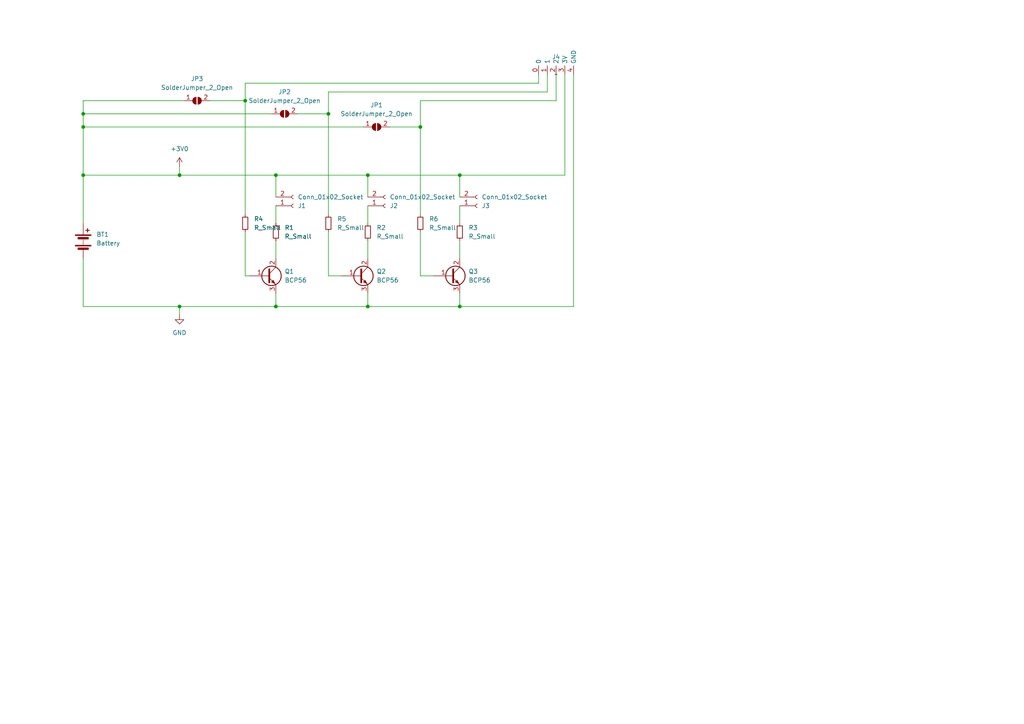
<source format=kicad_sch>
(kicad_sch (version 20230121) (generator eeschema)
  (paper "A4")
  (lib_symbols
    (symbol "Connector:Conn_01x02_Socket" (pin_names (offset 1.016) hide)
      (property "Reference" "J" (at 0 2.54 0))
      (property "Value" "Conn_01x02_Socket" (at 0 -5.08 0))
      (symbol "Conn_01x02_Socket_1_1"
        (arc (start 0 -2.032) (mid -0.5058 -2.54) (end 0 -3.048) (stroke (width 0.1524)))
        (polyline (pts (xy -1.27 -2.54) (xy -0.508 -2.54)) (stroke (width 0.1524)))
        (polyline (pts (xy -1.27 0) (xy -0.508 0)) (stroke (width 0.1524)))
        (arc (start 0 0.508) (mid -0.5058 0) (end 0 -0.508) (stroke (width 0.1524)))
        (pin passive line (at -5.08 0 0) (length 3.81) (name "Pin_1") (number "1"))
        (pin passive line (at -5.08 -2.54 0) (length 3.81) (name "Pin_2") (number "2"))
      )
    )
    (symbol "Device:Battery" (pin_numbers hide) (pin_names (offset 0) hide)
      (property "Reference" "BT" (at 2.54 2.54 0))
      (property "Value" "Battery" (at 2.54 0 0))
      (symbol "Battery_0_1"
        (rectangle (start -2.286 -1.27) (end 2.286 -1.524) (fill (type outline)))
        (rectangle (start -2.286 1.778) (end 2.286 1.524) (fill (type outline)))
        (rectangle (start -1.524 -2.032) (end 1.524 -2.54) (fill (type outline)))
        (rectangle (start -1.524 1.016) (end 1.524 0.508) (fill (type outline)))
        (polyline (pts (xy 0 -1.016) (xy 0 -0.762)))
        (polyline (pts (xy 0 -0.508) (xy 0 -0.254)))
        (polyline (pts (xy 0 0) (xy 0 0.254)))
        (polyline (pts (xy 0 1.778) (xy 0 2.54)))
        (polyline (pts (xy 0.762 3.048) (xy 1.778 3.048)) (stroke (width 0.254)))
        (polyline (pts (xy 1.27 3.556) (xy 1.27 2.54)) (stroke (width 0.254)))
      )
      (symbol "Battery_1_1"
        (pin passive line (at 0 5.08 270) (length 2.54) (name "+") (number "1"))
        (pin passive line (at 0 -5.08 90) (length 2.54) (name "-") (number "2"))
      )
    )
    (symbol "Device:R_Small" (pin_numbers hide) (pin_names (offset 0.254) hide)
      (property "Reference" "R" (at 0.762 0.508 0))
      (property "Value" "R_Small" (at 0.762 -1.016 0))
      (symbol "R_Small_0_1"
        (rectangle (start -0.762 1.778) (end 0.762 -1.778) (stroke (width 0.2032)))
      )
      (symbol "R_Small_1_1"
        (pin passive line (at 0 2.54 270) (length 0.762) (name "~") (number "1"))
        (pin passive line (at 0 -2.54 90) (length 0.762) (name "~") (number "2"))
      )
    )
    (symbol "Jumper:SolderJumper_2_Open" (pin_names (offset 0) hide)
      (property "Reference" "JP" (at 0 2.032 0))
      (property "Value" "SolderJumper_2_Open" (at 0 -2.54 0))
      (symbol "SolderJumper_2_Open_0_1"
        (arc (start -0.254 1.016) (mid -1.2656 0) (end -0.254 -1.016))
        (arc (start -0.254 1.016) (mid -1.2656 0) (end -0.254 -1.016) (fill (type outline)))
        (polyline (pts (xy -0.254 1.016) (xy -0.254 -1.016)))
        (polyline (pts (xy 0.254 1.016) (xy 0.254 -1.016)))
        (arc (start 0.254 -1.016) (mid 1.2656 0) (end 0.254 1.016))
        (arc (start 0.254 -1.016) (mid 1.2656 0) (end 0.254 1.016) (fill (type outline)))
      )
      (symbol "SolderJumper_2_Open_1_1"
        (pin passive line (at -3.81 0 0) (length 2.54) (name "A") (number "1"))
        (pin passive line (at 3.81 0 180) (length 2.54) (name "B") (number "2"))
      )
    )
    (symbol "Microbit-BoltConnector:Microbit_Bolt_Connector" (in_bom no)
      (property "Reference" "J" (at 0 -2.54 0))
      (symbol "Microbit_Bolt_Connector_1_1"
        (pin bidirectional line (at -5.08 0 90) (length 2.54) (name "0") (number "0"))
        (pin bidirectional line (at -2.54 0 90) (length 2.54) (name "1") (number "1"))
        (pin bidirectional line (at 0 0 90) (length 2.54) (name "2") (number "2"))
        (pin power_in line (at 2.54 0 90) (length 2.54) (name "3V") (number "3"))
        (pin power_in line (at 5.08 0 90) (length 2.54) (name "GND") (number "4"))
      )
    )
    (symbol "Transistor_BJT:BCP56" (pin_names (offset 0) hide)
      (property "Reference" "Q" (at 5.08 1.905 0))
      (property "Value" "BCP56" (at 5.08 0 0))
      (symbol "BCP56_0_1"
        (polyline (pts (xy 0.635 0.635) (xy 2.54 2.54)))
        (polyline (pts (xy 0.635 -0.635) (xy 2.54 -2.54) (xy 2.54 -2.54)))
        (polyline (pts (xy 0.635 1.905) (xy 0.635 -1.905) (xy 0.635 -1.905)) (stroke (width 0.508)))
        (polyline (pts (xy 1.27 -1.778) (xy 1.778 -1.27) (xy 2.286 -2.286) (xy 1.27 -1.778) (xy 1.27 -1.778)) (fill (type outline)))
        (circle (center 1.27 0) (radius 2.8194) (stroke (width 0.254)))
      )
      (symbol "BCP56_1_1"
        (pin input line (at -5.08 0 0) (length 5.715) (name "B") (number "1"))
        (pin passive line (at 2.54 5.08 270) (length 2.54) (name "C") (number "2"))
        (pin passive line (at 2.54 -5.08 90) (length 2.54) (name "E") (number "3"))
        (pin passive line (at 2.54 5.08 270) (length 2.54) hide (name "C") (number "4"))
      )
    )
    (symbol "power:+3V0" (power) (pin_names (offset 0))
      (property "Value" "+3V0" (at 0 3.556 0))
      (symbol "+3V0_0_1"
        (polyline (pts (xy -0.762 1.27) (xy 0 2.54)))
        (polyline (pts (xy 0 0) (xy 0 2.54)))
        (polyline (pts (xy 0 2.54) (xy 0.762 1.27)))
      )
      (symbol "+3V0_1_1"
        (pin power_in line (at 0 0 90) (length 0) hide (name "+3V0") (number "1"))
      )
    )
    (symbol "power:GND" (power) (pin_names (offset 0))
      (property "Value" "GND" (at 0 -3.81 0))
      (symbol "GND_0_1"
        (polyline (pts (xy 0 0) (xy 0 -1.27) (xy 1.27 -1.27) (xy 0 -2.54) (xy -1.27 -1.27) (xy 0 -1.27)))
      )
      (symbol "GND_1_1"
        (pin power_in line (at 0 0 270) (length 0) hide (name "GND") (number "1"))
      )
    )
  )
  (junction (at 71.12 29.21))
  (junction (at 80.01 50.8))
  (junction (at 80.01 88.9))
  (junction (at 121.92 36.83))
  (junction (at 24.13 36.83))
  (junction (at 24.13 50.8))
  (junction (at 52.07 88.9))
  (junction (at 52.07 50.8))
  (junction (at 106.68 50.8))
  (junction (at 106.68 88.9))
  (junction (at 133.35 88.9))
  (junction (at 133.35 50.8))
  (junction (at 95.25 33.02))
  (junction (at 24.13 33.02))
  (wire (pts (xy 106.68 59.69) (xy 106.68 64.77)))
  (wire (pts (xy 52.07 48.26) (xy 52.07 50.8)))
  (wire (pts (xy 133.35 50.8) (xy 133.35 57.15)))
  (wire (pts (xy 71.12 80.01) (xy 72.39 80.01)))
  (wire (pts (xy 52.07 88.9) (xy 80.01 88.9)))
  (wire (pts (xy 80.01 69.85) (xy 80.01 74.93)))
  (wire (pts (xy 161.29 29.21) (xy 121.92 29.21)))
  (wire (pts (xy 52.07 50.8) (xy 80.01 50.8)))
  (wire (pts (xy 106.68 88.9) (xy 80.01 88.9)))
  (wire (pts (xy 71.12 24.13) (xy 156.21 24.13)))
  (wire (pts (xy 166.37 21.59) (xy 166.37 88.9)))
  (wire (pts (xy 105.41 36.83) (xy 24.13 36.83)))
  (wire (pts (xy 106.68 69.85) (xy 106.68 74.93)))
  (wire (pts (xy 166.37 88.9) (xy 133.35 88.9)))
  (wire (pts (xy 106.68 85.09) (xy 106.68 88.9)))
  (wire (pts (xy 24.13 33.02) (xy 24.13 36.83)))
  (wire (pts (xy 95.25 33.02) (xy 95.25 62.23)))
  (wire (pts (xy 121.92 29.21) (xy 121.92 36.83)))
  (wire (pts (xy 163.83 21.59) (xy 163.83 50.8)))
  (wire (pts (xy 80.01 50.8) (xy 80.01 57.15)))
  (wire (pts (xy 71.12 29.21) (xy 71.12 62.23)))
  (wire (pts (xy 95.25 80.01) (xy 99.06 80.01)))
  (wire (pts (xy 106.68 50.8) (xy 106.68 57.15)))
  (wire (pts (xy 158.75 26.67) (xy 95.25 26.67)))
  (wire (pts (xy 121.92 80.01) (xy 125.73 80.01)))
  (wire (pts (xy 24.13 64.77) (xy 24.13 50.8)))
  (wire (pts (xy 113.03 36.83) (xy 121.92 36.83)))
  (wire (pts (xy 133.35 69.85) (xy 133.35 74.93)))
  (wire (pts (xy 78.74 33.02) (xy 24.13 33.02)))
  (wire (pts (xy 71.12 24.13) (xy 71.12 29.21)))
  (wire (pts (xy 133.35 88.9) (xy 133.35 85.09)))
  (wire (pts (xy 60.96 29.21) (xy 71.12 29.21)))
  (wire (pts (xy 106.68 50.8) (xy 133.35 50.8)))
  (wire (pts (xy 71.12 67.31) (xy 71.12 80.01)))
  (wire (pts (xy 95.25 67.31) (xy 95.25 80.01)))
  (wire (pts (xy 156.21 24.13) (xy 156.21 21.59)))
  (wire (pts (xy 53.34 29.21) (xy 24.13 29.21)))
  (wire (pts (xy 24.13 50.8) (xy 52.07 50.8)))
  (wire (pts (xy 163.83 50.8) (xy 133.35 50.8)))
  (wire (pts (xy 24.13 74.93) (xy 24.13 88.9)))
  (wire (pts (xy 86.36 33.02) (xy 95.25 33.02)))
  (wire (pts (xy 80.01 50.8) (xy 106.68 50.8)))
  (wire (pts (xy 24.13 29.21) (xy 24.13 33.02)))
  (wire (pts (xy 80.01 88.9) (xy 80.01 85.09)))
  (wire (pts (xy 121.92 67.31) (xy 121.92 80.01)))
  (wire (pts (xy 24.13 36.83) (xy 24.13 50.8)))
  (wire (pts (xy 121.92 36.83) (xy 121.92 62.23)))
  (wire (pts (xy 95.25 26.67) (xy 95.25 33.02)))
  (wire (pts (xy 133.35 59.69) (xy 133.35 64.77)))
  (wire (pts (xy 52.07 91.44) (xy 52.07 88.9)))
  (wire (pts (xy 24.13 88.9) (xy 52.07 88.9)))
  (wire (pts (xy 80.01 59.69) (xy 80.01 64.77)))
  (wire (pts (xy 106.68 88.9) (xy 133.35 88.9)))
  (wire (pts (xy 158.75 21.59) (xy 158.75 26.67)))
  (wire (pts (xy 161.29 21.59) (xy 161.29 29.21)))
  (symbol (lib_id "Connector:Conn_01x02_Socket") (at 111.76 59.69 0) (mirror x) (unit 1)
    (property "Reference" "J2" (at 113.03 59.69 0) (effects (justify left)))
    (property "Value" "Conn_01x02_Socket" (at 113.03 57.15 0) (effects (justify left)))
    (property "Footprint" "Connector_Phoenix_MC:PhoenixContact_MCV_1,5_2-G-3.5_1x02_P3.50mm_Vertical" (effects hide))
    (property "Farnell" "3810246" (effects hide))
  )
  (symbol (lib_id "Connector:Conn_01x02_Socket") (at 138.43 59.69 0) (mirror x) (unit 1)
    (property "Reference" "J3" (at 139.7 59.69 0) (effects (justify left)))
    (property "Value" "Conn_01x02_Socket" (at 139.7 57.15 0) (effects (justify left)))
    (property "Footprint" "Connector_Phoenix_MC:PhoenixContact_MCV_1,5_2-G-3.5_1x02_P3.50mm_Vertical" (effects hide))
    (property "Farnell" "3810246" (effects hide))
  )
  (symbol (lib_id "Device:R_Small") (at 121.92 64.77 0) (unit 1)
    (property "Reference" "R6" (at 124.46 63.5 0) (effects (justify left)))
    (property "Value" "R_Small" (at 124.46 66.04 0) (effects (justify left)))
    (property "Footprint" "Resistor_SMD:R_1206_3216Metric_Pad1.30x1.75mm_HandSolder" (effects hide))
  )
  (symbol (lib_id "Jumper:SolderJumper_2_Open") (at 109.22 36.83 0) (unit 1)
    (property "Reference" "JP1" (at 109.22 30.48 0))
    (property "Value" "SolderJumper_2_Open" (at 109.22 33.02 0))
    (property "Footprint" "Jumper:SolderJumper-2_P1.3mm_Open_RoundedPad1.0x1.5mm" (effects hide))
  )
  (symbol (lib_id "Device:R_Small") (at 133.35 67.31 0) (unit 1)
    (property "Reference" "R3" (at 135.89 66.04 0) (effects (justify left)))
    (property "Value" "R_Small" (at 135.89 68.58 0) (effects (justify left)))
    (property "Footprint" "Resistor_SMD:R_1206_3216Metric_Pad1.30x1.75mm_HandSolder" (effects hide))
  )
  (symbol (lib_id "power:GND") (at 52.07 91.44 0) (unit 1)
    (property "Reference" "#PWR02" (effects hide))
    (property "Value" "GND" (at 52.07 96.52 0))
  )
  (symbol (lib_id "power:+3V0") (at 52.07 48.26 0) (unit 1)
    (property "Reference" "#PWR01" (effects hide))
    (property "Value" "+3V0" (at 52.07 43.18 0))
  )
  (symbol (lib_id "Device:Battery") (at 24.13 69.85 0) (unit 1)
    (property "Reference" "BT1" (at 27.94 68.0085 0) (effects (justify left)))
    (property "Value" "Battery" (at 27.94 70.5485 0) (effects (justify left)))
    (property "Footprint" "Battery-2xAA-Multicomp-MP000325:BatteryHolder_Multicomp_MP000325_2xAA" (effects hide))
    (property "Farnell" "3126561" (effects hide))
  )
  (symbol (lib_id "Device:R_Small") (at 95.25 64.77 0) (unit 1)
    (property "Reference" "R5" (at 97.79 63.5 0) (effects (justify left)))
    (property "Value" "R_Small" (at 97.79 66.04 0) (effects (justify left)))
    (property "Footprint" "Resistor_SMD:R_1206_3216Metric_Pad1.30x1.75mm_HandSolder" (effects hide))
  )
  (symbol (lib_id "Transistor_BJT:BCP56") (at 130.81 80.01 0) (unit 1)
    (property "Reference" "Q3" (at 135.89 78.74 0) (effects (justify left)))
    (property "Value" "BCP56" (at 135.89 81.28 0) (effects (justify left)))
    (property "Footprint" "Package_TO_SOT_SMD:SOT-223-3_TabPin2" (effects hide))
    (property "Datasheet" "https://www.nxp.com/docs/en/data-sheet/BCP56_BCX56_BC56PA.pdf" (effects hide))
    (property "Farnell" "3439620" (effects hide))
  )
  (symbol (lib_id "Connector:Conn_01x02_Socket") (at 85.09 59.69 0) (mirror x) (unit 1)
    (property "Reference" "J1" (at 86.36 59.69 0) (effects (justify left)))
    (property "Value" "Conn_01x02_Socket" (at 86.36 57.15 0) (effects (justify left)))
    (property "Footprint" "Connector_Phoenix_MC:PhoenixContact_MCV_1,5_2-G-3.5_1x02_P3.50mm_Vertical" (effects hide))
    (property "Farnell" "3810246" (effects hide))
  )
  (symbol (lib_id "Jumper:SolderJumper_2_Open") (at 57.15 29.21 0) (unit 1)
    (property "Reference" "JP3" (at 57.15 22.86 0))
    (property "Value" "SolderJumper_2_Open" (at 57.15 25.4 0))
    (property "Footprint" "Jumper:SolderJumper-2_P1.3mm_Open_RoundedPad1.0x1.5mm" (effects hide))
  )
  (symbol (lib_id "Microbit-BoltConnector:Microbit_Bolt_Connector") (at 161.29 21.59 0) (unit 1) (in_bom no)
    (property "Reference" "J4" (at 161.29 16.51 0))
    (property "Value" "~" (at 161.29 21.59 0))
    (property "Footprint" "Microbit-BoltConnector:Microbit Bolt Connector" (effects hide))
  )
  (symbol (lib_id "Jumper:SolderJumper_2_Open") (at 82.55 33.02 0) (unit 1)
    (property "Reference" "JP2" (at 82.55 26.67 0))
    (property "Value" "SolderJumper_2_Open" (at 82.55 29.21 0))
    (property "Footprint" "Jumper:SolderJumper-2_P1.3mm_Open_RoundedPad1.0x1.5mm" (effects hide))
  )
  (symbol (lib_id "Transistor_BJT:BCP56") (at 104.14 80.01 0) (unit 1)
    (property "Reference" "Q2" (at 109.22 78.74 0) (effects (justify left)))
    (property "Value" "BCP56" (at 109.22 81.28 0) (effects (justify left)))
    (property "Footprint" "Package_TO_SOT_SMD:SOT-223-3_TabPin2" (effects hide))
    (property "Datasheet" "https://www.nxp.com/docs/en/data-sheet/BCP56_BCX56_BC56PA.pdf" (effects hide))
    (property "Farnell" "3439620" (effects hide))
  )
  (symbol (lib_id "Device:R_Small") (at 80.01 67.31 0) (unit 1)
    (property "Reference" "R1" (at 82.55 66.04 0) (effects (justify left)))
    (property "Value" "R_Small" (at 82.55 68.58 0) (effects (justify left)))
    (property "Footprint" "Resistor_SMD:R_1206_3216Metric_Pad1.30x1.75mm_HandSolder" (effects hide))
  )
  (symbol (lib_id "Device:R_Small") (at 71.12 64.77 0) (unit 1)
    (property "Reference" "R4" (at 73.66 63.5 0) (effects (justify left)))
    (property "Value" "R_Small" (at 73.66 66.04 0) (effects (justify left)))
    (property "Footprint" "Resistor_SMD:R_1206_3216Metric_Pad1.30x1.75mm_HandSolder" (effects hide))
  )
  (symbol (lib_id "Device:R_Small") (at 106.68 67.31 0) (unit 1)
    (property "Reference" "R2" (at 109.22 66.04 0) (effects (justify left)))
    (property "Value" "R_Small" (at 109.22 68.58 0) (effects (justify left)))
    (property "Footprint" "Resistor_SMD:R_1206_3216Metric_Pad1.30x1.75mm_HandSolder" (effects hide))
  )
  (symbol (lib_id "Transistor_BJT:BCP56") (at 77.47 80.01 0) (unit 1)
    (property "Reference" "Q1" (at 82.55 78.74 0) (effects (justify left)))
    (property "Value" "BCP56" (at 82.55 81.28 0) (effects (justify left)))
    (property "Footprint" "Package_TO_SOT_SMD:SOT-223-3_TabPin2" (effects hide))
    (property "Datasheet" "https://www.nxp.com/docs/en/data-sheet/BCP56_BCX56_BC56PA.pdf" (effects hide))
    (property "Farnell" "3439620" (effects hide))
  )
)
</source>
